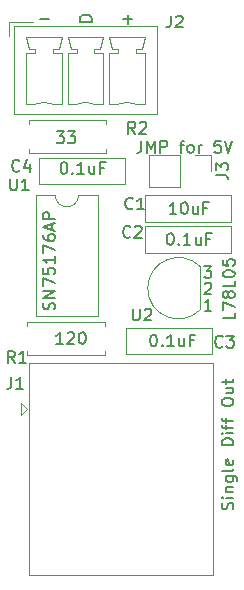
<source format=gbr>
G04 #@! TF.GenerationSoftware,KiCad,Pcbnew,(5.1.5)-3*
G04 #@! TF.CreationDate,2020-04-18T22:31:02-04:00*
G04 #@! TF.ProjectId,Single_Receiver_Out,53696e67-6c65-45f5-9265-636569766572,v1*
G04 #@! TF.SameCoordinates,Original*
G04 #@! TF.FileFunction,Legend,Top*
G04 #@! TF.FilePolarity,Positive*
%FSLAX46Y46*%
G04 Gerber Fmt 4.6, Leading zero omitted, Abs format (unit mm)*
G04 Created by KiCad (PCBNEW (5.1.5)-3) date 2020-04-18 22:31:02*
%MOMM*%
%LPD*%
G04 APERTURE LIST*
%ADD10C,0.150000*%
%ADD11C,0.120000*%
G04 APERTURE END LIST*
D10*
X63805761Y-153270180D02*
X63853380Y-153127323D01*
X63853380Y-152889228D01*
X63805761Y-152793990D01*
X63758142Y-152746371D01*
X63662904Y-152698752D01*
X63567666Y-152698752D01*
X63472428Y-152746371D01*
X63424809Y-152793990D01*
X63377190Y-152889228D01*
X63329571Y-153079704D01*
X63281952Y-153174942D01*
X63234333Y-153222561D01*
X63139095Y-153270180D01*
X63043857Y-153270180D01*
X62948619Y-153222561D01*
X62901000Y-153174942D01*
X62853380Y-153079704D01*
X62853380Y-152841609D01*
X62901000Y-152698752D01*
X63853380Y-152270180D02*
X63186714Y-152270180D01*
X62853380Y-152270180D02*
X62901000Y-152317800D01*
X62948619Y-152270180D01*
X62901000Y-152222561D01*
X62853380Y-152270180D01*
X62948619Y-152270180D01*
X63186714Y-151793990D02*
X63853380Y-151793990D01*
X63281952Y-151793990D02*
X63234333Y-151746371D01*
X63186714Y-151651133D01*
X63186714Y-151508276D01*
X63234333Y-151413038D01*
X63329571Y-151365419D01*
X63853380Y-151365419D01*
X63186714Y-150460657D02*
X63996238Y-150460657D01*
X64091476Y-150508276D01*
X64139095Y-150555895D01*
X64186714Y-150651133D01*
X64186714Y-150793990D01*
X64139095Y-150889228D01*
X63805761Y-150460657D02*
X63853380Y-150555895D01*
X63853380Y-150746371D01*
X63805761Y-150841609D01*
X63758142Y-150889228D01*
X63662904Y-150936847D01*
X63377190Y-150936847D01*
X63281952Y-150889228D01*
X63234333Y-150841609D01*
X63186714Y-150746371D01*
X63186714Y-150555895D01*
X63234333Y-150460657D01*
X63853380Y-149841609D02*
X63805761Y-149936847D01*
X63710523Y-149984466D01*
X62853380Y-149984466D01*
X63805761Y-149079704D02*
X63853380Y-149174942D01*
X63853380Y-149365419D01*
X63805761Y-149460657D01*
X63710523Y-149508276D01*
X63329571Y-149508276D01*
X63234333Y-149460657D01*
X63186714Y-149365419D01*
X63186714Y-149174942D01*
X63234333Y-149079704D01*
X63329571Y-149032085D01*
X63424809Y-149032085D01*
X63520047Y-149508276D01*
X63853380Y-147841609D02*
X62853380Y-147841609D01*
X62853380Y-147603514D01*
X62901000Y-147460657D01*
X62996238Y-147365419D01*
X63091476Y-147317800D01*
X63281952Y-147270180D01*
X63424809Y-147270180D01*
X63615285Y-147317800D01*
X63710523Y-147365419D01*
X63805761Y-147460657D01*
X63853380Y-147603514D01*
X63853380Y-147841609D01*
X63853380Y-146841609D02*
X63186714Y-146841609D01*
X62853380Y-146841609D02*
X62901000Y-146889228D01*
X62948619Y-146841609D01*
X62901000Y-146793990D01*
X62853380Y-146841609D01*
X62948619Y-146841609D01*
X63186714Y-146508276D02*
X63186714Y-146127323D01*
X63853380Y-146365419D02*
X62996238Y-146365419D01*
X62901000Y-146317800D01*
X62853380Y-146222561D01*
X62853380Y-146127323D01*
X63186714Y-145936847D02*
X63186714Y-145555895D01*
X63853380Y-145793990D02*
X62996238Y-145793990D01*
X62901000Y-145746371D01*
X62853380Y-145651133D01*
X62853380Y-145555895D01*
X62853380Y-144270180D02*
X62853380Y-144079704D01*
X62901000Y-143984466D01*
X62996238Y-143889228D01*
X63186714Y-143841609D01*
X63520047Y-143841609D01*
X63710523Y-143889228D01*
X63805761Y-143984466D01*
X63853380Y-144079704D01*
X63853380Y-144270180D01*
X63805761Y-144365419D01*
X63710523Y-144460657D01*
X63520047Y-144508276D01*
X63186714Y-144508276D01*
X62996238Y-144460657D01*
X62901000Y-144365419D01*
X62853380Y-144270180D01*
X63186714Y-142984466D02*
X63853380Y-142984466D01*
X63186714Y-143413038D02*
X63710523Y-143413038D01*
X63805761Y-143365419D01*
X63853380Y-143270180D01*
X63853380Y-143127323D01*
X63805761Y-143032085D01*
X63758142Y-142984466D01*
X63186714Y-142651133D02*
X63186714Y-142270180D01*
X62853380Y-142508276D02*
X63710523Y-142508276D01*
X63805761Y-142460657D01*
X63853380Y-142365419D01*
X63853380Y-142270180D01*
X50848619Y-111979704D02*
X51848619Y-111979704D01*
X51848619Y-111741609D01*
X51801000Y-111598752D01*
X51705761Y-111503514D01*
X51610523Y-111455895D01*
X51420047Y-111408276D01*
X51277190Y-111408276D01*
X51086714Y-111455895D01*
X50991476Y-111503514D01*
X50896238Y-111598752D01*
X50848619Y-111741609D01*
X50848619Y-111979704D01*
X55281952Y-111789228D02*
X54520047Y-111789228D01*
X54901000Y-112170180D02*
X54901000Y-111408276D01*
X48281952Y-111789228D02*
X47520047Y-111789228D01*
X56058142Y-122070180D02*
X56058142Y-122784466D01*
X56010523Y-122927323D01*
X55915285Y-123022561D01*
X55772428Y-123070180D01*
X55677190Y-123070180D01*
X56534333Y-123070180D02*
X56534333Y-122070180D01*
X56867666Y-122784466D01*
X57201000Y-122070180D01*
X57201000Y-123070180D01*
X57677190Y-123070180D02*
X57677190Y-122070180D01*
X58058142Y-122070180D01*
X58153380Y-122117800D01*
X58201000Y-122165419D01*
X58248619Y-122260657D01*
X58248619Y-122403514D01*
X58201000Y-122498752D01*
X58153380Y-122546371D01*
X58058142Y-122593990D01*
X57677190Y-122593990D01*
X59296238Y-122403514D02*
X59677190Y-122403514D01*
X59439095Y-123070180D02*
X59439095Y-122213038D01*
X59486714Y-122117800D01*
X59581952Y-122070180D01*
X59677190Y-122070180D01*
X60153380Y-123070180D02*
X60058142Y-123022561D01*
X60010523Y-122974942D01*
X59962904Y-122879704D01*
X59962904Y-122593990D01*
X60010523Y-122498752D01*
X60058142Y-122451133D01*
X60153380Y-122403514D01*
X60296238Y-122403514D01*
X60391476Y-122451133D01*
X60439095Y-122498752D01*
X60486714Y-122593990D01*
X60486714Y-122879704D01*
X60439095Y-122974942D01*
X60391476Y-123022561D01*
X60296238Y-123070180D01*
X60153380Y-123070180D01*
X60915285Y-123070180D02*
X60915285Y-122403514D01*
X60915285Y-122593990D02*
X60962904Y-122498752D01*
X61010523Y-122451133D01*
X61105761Y-122403514D01*
X61201000Y-122403514D01*
X62772428Y-122070180D02*
X62296238Y-122070180D01*
X62248619Y-122546371D01*
X62296238Y-122498752D01*
X62391476Y-122451133D01*
X62629571Y-122451133D01*
X62724809Y-122498752D01*
X62772428Y-122546371D01*
X62820047Y-122641609D01*
X62820047Y-122879704D01*
X62772428Y-122974942D01*
X62724809Y-123022561D01*
X62629571Y-123070180D01*
X62391476Y-123070180D01*
X62296238Y-123022561D01*
X62248619Y-122974942D01*
X63105761Y-122070180D02*
X63439095Y-123070180D01*
X63772428Y-122070180D01*
X61367666Y-132670180D02*
X61986714Y-132670180D01*
X61653380Y-133051133D01*
X61796238Y-133051133D01*
X61891476Y-133098752D01*
X61939095Y-133146371D01*
X61986714Y-133241609D01*
X61986714Y-133479704D01*
X61939095Y-133574942D01*
X61891476Y-133622561D01*
X61796238Y-133670180D01*
X61510523Y-133670180D01*
X61415285Y-133622561D01*
X61367666Y-133574942D01*
X61415285Y-134165419D02*
X61462904Y-134117800D01*
X61558142Y-134070180D01*
X61796238Y-134070180D01*
X61891476Y-134117800D01*
X61939095Y-134165419D01*
X61986714Y-134260657D01*
X61986714Y-134355895D01*
X61939095Y-134498752D01*
X61367666Y-135070180D01*
X61986714Y-135070180D01*
X61986714Y-136470180D02*
X61415285Y-136470180D01*
X61701000Y-136470180D02*
X61701000Y-135470180D01*
X61605761Y-135613038D01*
X61510523Y-135708276D01*
X61415285Y-135755895D01*
D11*
X61931000Y-123287800D02*
X61931000Y-124617800D01*
X60601000Y-123287800D02*
X61931000Y-123287800D01*
X59331000Y-123287800D02*
X59331000Y-125947800D01*
X59331000Y-125947800D02*
X56731000Y-125947800D01*
X59331000Y-123287800D02*
X56731000Y-123287800D01*
X56731000Y-123287800D02*
X56731000Y-125947800D01*
X62021000Y-137897800D02*
X62021000Y-140137800D01*
X54781000Y-137897800D02*
X54781000Y-140137800D01*
X54781000Y-140137800D02*
X62021000Y-140137800D01*
X54781000Y-137897800D02*
X62021000Y-137897800D01*
X56384960Y-131552840D02*
X56384960Y-129312840D01*
X63624960Y-131552840D02*
X63624960Y-129312840D01*
X63624960Y-129312840D02*
X56384960Y-129312840D01*
X63624960Y-131552840D02*
X56384960Y-131552840D01*
X56384960Y-128921400D02*
X56384960Y-126681400D01*
X63624960Y-128921400D02*
X63624960Y-126681400D01*
X63624960Y-126681400D02*
X56384960Y-126681400D01*
X63624960Y-128921400D02*
X56384960Y-128921400D01*
X53081000Y-123087800D02*
X53081000Y-122757800D01*
X46541000Y-123087800D02*
X53081000Y-123087800D01*
X46541000Y-122757800D02*
X46541000Y-123087800D01*
X53081000Y-120347800D02*
X53081000Y-120677800D01*
X46541000Y-120347800D02*
X53081000Y-120347800D01*
X46541000Y-120677800D02*
X46541000Y-120347800D01*
X61039478Y-132709322D02*
G75*
G03X56601000Y-134547800I-1838478J-1838478D01*
G01*
X61039478Y-136386278D02*
G75*
G02X56601000Y-134547800I-1838478J1838478D01*
G01*
X61051000Y-136347800D02*
X61051000Y-132747800D01*
X52409240Y-126640080D02*
X50759240Y-126640080D01*
X52409240Y-136920080D02*
X52409240Y-126640080D01*
X47109240Y-136920080D02*
X52409240Y-136920080D01*
X47109240Y-126640080D02*
X47109240Y-136920080D01*
X48759240Y-126640080D02*
X47109240Y-126640080D01*
X50759240Y-126640080D02*
G75*
G02X48759240Y-126640080I-1000000J0D01*
G01*
X52942880Y-140187800D02*
X52942880Y-139857800D01*
X46402880Y-140187800D02*
X52942880Y-140187800D01*
X46402880Y-139857800D02*
X46402880Y-140187800D01*
X52942880Y-137447800D02*
X52942880Y-137777800D01*
X46402880Y-137447800D02*
X52942880Y-137447800D01*
X46402880Y-137777800D02*
X46402880Y-137447800D01*
X44883920Y-111967800D02*
X46883920Y-111967800D01*
X44883920Y-113217800D02*
X44883920Y-111967800D01*
X56333920Y-118967800D02*
X55583920Y-118967800D01*
X56333920Y-114667800D02*
X56333920Y-118967800D01*
X55583920Y-114667800D02*
X56333920Y-114667800D01*
X55583920Y-114317800D02*
X55583920Y-114667800D01*
X56083920Y-114317800D02*
X55583920Y-114317800D01*
X56333920Y-113317800D02*
X56083920Y-114317800D01*
X53333920Y-113317800D02*
X56333920Y-113317800D01*
X53583920Y-114317800D02*
X53333920Y-113317800D01*
X54083920Y-114317800D02*
X53583920Y-114317800D01*
X54083920Y-114667800D02*
X54083920Y-114317800D01*
X53333920Y-114667800D02*
X54083920Y-114667800D01*
X53333920Y-118967800D02*
X53333920Y-114667800D01*
X54083920Y-118967800D02*
X53333920Y-118967800D01*
X52833920Y-118967800D02*
X52083920Y-118967800D01*
X52833920Y-114667800D02*
X52833920Y-118967800D01*
X52083920Y-114667800D02*
X52833920Y-114667800D01*
X52083920Y-114317800D02*
X52083920Y-114667800D01*
X52583920Y-114317800D02*
X52083920Y-114317800D01*
X52833920Y-113317800D02*
X52583920Y-114317800D01*
X49833920Y-113317800D02*
X52833920Y-113317800D01*
X50083920Y-114317800D02*
X49833920Y-113317800D01*
X50583920Y-114317800D02*
X50083920Y-114317800D01*
X50583920Y-114667800D02*
X50583920Y-114317800D01*
X49833920Y-114667800D02*
X50583920Y-114667800D01*
X49833920Y-118967800D02*
X49833920Y-114667800D01*
X50583920Y-118967800D02*
X49833920Y-118967800D01*
X49333920Y-118967800D02*
X48583920Y-118967800D01*
X49333920Y-114667800D02*
X49333920Y-118967800D01*
X48583920Y-114667800D02*
X49333920Y-114667800D01*
X48583920Y-114317800D02*
X48583920Y-114667800D01*
X49083920Y-114317800D02*
X48583920Y-114317800D01*
X49333920Y-113317800D02*
X49083920Y-114317800D01*
X46333920Y-113317800D02*
X49333920Y-113317800D01*
X46583920Y-114317800D02*
X46333920Y-113317800D01*
X47083920Y-114317800D02*
X46583920Y-114317800D01*
X47083920Y-114667800D02*
X47083920Y-114317800D01*
X46333920Y-114667800D02*
X47083920Y-114667800D01*
X46333920Y-118967800D02*
X46333920Y-114667800D01*
X47083920Y-118967800D02*
X46333920Y-118967800D01*
X57393920Y-112357800D02*
X45273920Y-112357800D01*
X57393920Y-119827800D02*
X57393920Y-112357800D01*
X45273920Y-119827800D02*
X57393920Y-119827800D01*
X45273920Y-112357800D02*
X45273920Y-119827800D01*
X55583567Y-118967645D02*
G75*
G03X54083920Y-118967800I-749647J-1700155D01*
G01*
X52083567Y-118967645D02*
G75*
G03X50583920Y-118967800I-749647J-1700155D01*
G01*
X48583567Y-118967645D02*
G75*
G03X47083920Y-118967800I-749647J-1700155D01*
G01*
X46586000Y-140889640D02*
X46586000Y-158849640D01*
X62106000Y-140889640D02*
X46586000Y-140889640D01*
X62106000Y-140889640D02*
X62106000Y-158849640D01*
X46586000Y-158849640D02*
X62106000Y-158849640D01*
X46401000Y-144769640D02*
X45901000Y-144269640D01*
X45901000Y-144269640D02*
X45901000Y-145269640D01*
X45901000Y-145269640D02*
X46401000Y-144769640D01*
X47408600Y-125762680D02*
X47408600Y-123522680D01*
X54648600Y-125762680D02*
X54648600Y-123522680D01*
X54648600Y-123522680D02*
X47408600Y-123522680D01*
X54648600Y-125762680D02*
X47408600Y-125762680D01*
D10*
X62383380Y-124951133D02*
X63097666Y-124951133D01*
X63240523Y-124998752D01*
X63335761Y-125093990D01*
X63383380Y-125236847D01*
X63383380Y-125332085D01*
X62383380Y-124570180D02*
X62383380Y-123951133D01*
X62764333Y-124284466D01*
X62764333Y-124141609D01*
X62811952Y-124046371D01*
X62859571Y-123998752D01*
X62954809Y-123951133D01*
X63192904Y-123951133D01*
X63288142Y-123998752D01*
X63335761Y-124046371D01*
X63383380Y-124141609D01*
X63383380Y-124427323D01*
X63335761Y-124522561D01*
X63288142Y-124570180D01*
X62934333Y-139474942D02*
X62886714Y-139522561D01*
X62743857Y-139570180D01*
X62648619Y-139570180D01*
X62505761Y-139522561D01*
X62410523Y-139427323D01*
X62362904Y-139332085D01*
X62315285Y-139141609D01*
X62315285Y-138998752D01*
X62362904Y-138808276D01*
X62410523Y-138713038D01*
X62505761Y-138617800D01*
X62648619Y-138570180D01*
X62743857Y-138570180D01*
X62886714Y-138617800D01*
X62934333Y-138665419D01*
X63267666Y-138570180D02*
X63886714Y-138570180D01*
X63553380Y-138951133D01*
X63696238Y-138951133D01*
X63791476Y-138998752D01*
X63839095Y-139046371D01*
X63886714Y-139141609D01*
X63886714Y-139379704D01*
X63839095Y-139474942D01*
X63791476Y-139522561D01*
X63696238Y-139570180D01*
X63410523Y-139570180D01*
X63315285Y-139522561D01*
X63267666Y-139474942D01*
X57058142Y-138470180D02*
X57153380Y-138470180D01*
X57248619Y-138517800D01*
X57296238Y-138565419D01*
X57343857Y-138660657D01*
X57391476Y-138851133D01*
X57391476Y-139089228D01*
X57343857Y-139279704D01*
X57296238Y-139374942D01*
X57248619Y-139422561D01*
X57153380Y-139470180D01*
X57058142Y-139470180D01*
X56962904Y-139422561D01*
X56915285Y-139374942D01*
X56867666Y-139279704D01*
X56820047Y-139089228D01*
X56820047Y-138851133D01*
X56867666Y-138660657D01*
X56915285Y-138565419D01*
X56962904Y-138517800D01*
X57058142Y-138470180D01*
X57820047Y-139374942D02*
X57867666Y-139422561D01*
X57820047Y-139470180D01*
X57772428Y-139422561D01*
X57820047Y-139374942D01*
X57820047Y-139470180D01*
X58820047Y-139470180D02*
X58248619Y-139470180D01*
X58534333Y-139470180D02*
X58534333Y-138470180D01*
X58439095Y-138613038D01*
X58343857Y-138708276D01*
X58248619Y-138755895D01*
X59677190Y-138803514D02*
X59677190Y-139470180D01*
X59248619Y-138803514D02*
X59248619Y-139327323D01*
X59296238Y-139422561D01*
X59391476Y-139470180D01*
X59534333Y-139470180D01*
X59629571Y-139422561D01*
X59677190Y-139374942D01*
X60486714Y-138946371D02*
X60153380Y-138946371D01*
X60153380Y-139470180D02*
X60153380Y-138470180D01*
X60629571Y-138470180D01*
X55134333Y-130174942D02*
X55086714Y-130222561D01*
X54943857Y-130270180D01*
X54848619Y-130270180D01*
X54705761Y-130222561D01*
X54610523Y-130127323D01*
X54562904Y-130032085D01*
X54515285Y-129841609D01*
X54515285Y-129698752D01*
X54562904Y-129508276D01*
X54610523Y-129413038D01*
X54705761Y-129317800D01*
X54848619Y-129270180D01*
X54943857Y-129270180D01*
X55086714Y-129317800D01*
X55134333Y-129365419D01*
X55515285Y-129365419D02*
X55562904Y-129317800D01*
X55658142Y-129270180D01*
X55896238Y-129270180D01*
X55991476Y-129317800D01*
X56039095Y-129365419D01*
X56086714Y-129460657D01*
X56086714Y-129555895D01*
X56039095Y-129698752D01*
X55467666Y-130270180D01*
X56086714Y-130270180D01*
X58458142Y-129870180D02*
X58553380Y-129870180D01*
X58648619Y-129917800D01*
X58696238Y-129965419D01*
X58743857Y-130060657D01*
X58791476Y-130251133D01*
X58791476Y-130489228D01*
X58743857Y-130679704D01*
X58696238Y-130774942D01*
X58648619Y-130822561D01*
X58553380Y-130870180D01*
X58458142Y-130870180D01*
X58362904Y-130822561D01*
X58315285Y-130774942D01*
X58267666Y-130679704D01*
X58220047Y-130489228D01*
X58220047Y-130251133D01*
X58267666Y-130060657D01*
X58315285Y-129965419D01*
X58362904Y-129917800D01*
X58458142Y-129870180D01*
X59220047Y-130774942D02*
X59267666Y-130822561D01*
X59220047Y-130870180D01*
X59172428Y-130822561D01*
X59220047Y-130774942D01*
X59220047Y-130870180D01*
X60220047Y-130870180D02*
X59648619Y-130870180D01*
X59934333Y-130870180D02*
X59934333Y-129870180D01*
X59839095Y-130013038D01*
X59743857Y-130108276D01*
X59648619Y-130155895D01*
X61077190Y-130203514D02*
X61077190Y-130870180D01*
X60648619Y-130203514D02*
X60648619Y-130727323D01*
X60696238Y-130822561D01*
X60791476Y-130870180D01*
X60934333Y-130870180D01*
X61029571Y-130822561D01*
X61077190Y-130774942D01*
X61886714Y-130346371D02*
X61553380Y-130346371D01*
X61553380Y-130870180D02*
X61553380Y-129870180D01*
X62029571Y-129870180D01*
X55334333Y-127774942D02*
X55286714Y-127822561D01*
X55143857Y-127870180D01*
X55048619Y-127870180D01*
X54905761Y-127822561D01*
X54810523Y-127727323D01*
X54762904Y-127632085D01*
X54715285Y-127441609D01*
X54715285Y-127298752D01*
X54762904Y-127108276D01*
X54810523Y-127013038D01*
X54905761Y-126917800D01*
X55048619Y-126870180D01*
X55143857Y-126870180D01*
X55286714Y-126917800D01*
X55334333Y-126965419D01*
X56286714Y-127870180D02*
X55715285Y-127870180D01*
X56001000Y-127870180D02*
X56001000Y-126870180D01*
X55905761Y-127013038D01*
X55810523Y-127108276D01*
X55715285Y-127155895D01*
X59029571Y-128270180D02*
X58458142Y-128270180D01*
X58743857Y-128270180D02*
X58743857Y-127270180D01*
X58648619Y-127413038D01*
X58553380Y-127508276D01*
X58458142Y-127555895D01*
X59648619Y-127270180D02*
X59743857Y-127270180D01*
X59839095Y-127317800D01*
X59886714Y-127365419D01*
X59934333Y-127460657D01*
X59981952Y-127651133D01*
X59981952Y-127889228D01*
X59934333Y-128079704D01*
X59886714Y-128174942D01*
X59839095Y-128222561D01*
X59743857Y-128270180D01*
X59648619Y-128270180D01*
X59553380Y-128222561D01*
X59505761Y-128174942D01*
X59458142Y-128079704D01*
X59410523Y-127889228D01*
X59410523Y-127651133D01*
X59458142Y-127460657D01*
X59505761Y-127365419D01*
X59553380Y-127317800D01*
X59648619Y-127270180D01*
X60839095Y-127603514D02*
X60839095Y-128270180D01*
X60410523Y-127603514D02*
X60410523Y-128127323D01*
X60458142Y-128222561D01*
X60553380Y-128270180D01*
X60696238Y-128270180D01*
X60791476Y-128222561D01*
X60839095Y-128174942D01*
X61648619Y-127746371D02*
X61315285Y-127746371D01*
X61315285Y-128270180D02*
X61315285Y-127270180D01*
X61791476Y-127270180D01*
X55534333Y-121470180D02*
X55201000Y-120993990D01*
X54962904Y-121470180D02*
X54962904Y-120470180D01*
X55343857Y-120470180D01*
X55439095Y-120517800D01*
X55486714Y-120565419D01*
X55534333Y-120660657D01*
X55534333Y-120803514D01*
X55486714Y-120898752D01*
X55439095Y-120946371D01*
X55343857Y-120993990D01*
X54962904Y-120993990D01*
X55915285Y-120565419D02*
X55962904Y-120517800D01*
X56058142Y-120470180D01*
X56296238Y-120470180D01*
X56391476Y-120517800D01*
X56439095Y-120565419D01*
X56486714Y-120660657D01*
X56486714Y-120755895D01*
X56439095Y-120898752D01*
X55867666Y-121470180D01*
X56486714Y-121470180D01*
X48891476Y-121270180D02*
X49510523Y-121270180D01*
X49177190Y-121651133D01*
X49320047Y-121651133D01*
X49415285Y-121698752D01*
X49462904Y-121746371D01*
X49510523Y-121841609D01*
X49510523Y-122079704D01*
X49462904Y-122174942D01*
X49415285Y-122222561D01*
X49320047Y-122270180D01*
X49034333Y-122270180D01*
X48939095Y-122222561D01*
X48891476Y-122174942D01*
X49843857Y-121270180D02*
X50462904Y-121270180D01*
X50129571Y-121651133D01*
X50272428Y-121651133D01*
X50367666Y-121698752D01*
X50415285Y-121746371D01*
X50462904Y-121841609D01*
X50462904Y-122079704D01*
X50415285Y-122174942D01*
X50367666Y-122222561D01*
X50272428Y-122270180D01*
X49986714Y-122270180D01*
X49891476Y-122222561D01*
X49843857Y-122174942D01*
X55339095Y-136270180D02*
X55339095Y-137079704D01*
X55386714Y-137174942D01*
X55434333Y-137222561D01*
X55529571Y-137270180D01*
X55720047Y-137270180D01*
X55815285Y-137222561D01*
X55862904Y-137174942D01*
X55910523Y-137079704D01*
X55910523Y-136270180D01*
X56339095Y-136365419D02*
X56386714Y-136317800D01*
X56481952Y-136270180D01*
X56720047Y-136270180D01*
X56815285Y-136317800D01*
X56862904Y-136365419D01*
X56910523Y-136460657D01*
X56910523Y-136555895D01*
X56862904Y-136698752D01*
X56291476Y-137270180D01*
X56910523Y-137270180D01*
X63953380Y-136617800D02*
X63953380Y-137093990D01*
X62953380Y-137093990D01*
X62953380Y-136379704D02*
X62953380Y-135713038D01*
X63953380Y-136141609D01*
X63381952Y-135189228D02*
X63334333Y-135284466D01*
X63286714Y-135332085D01*
X63191476Y-135379704D01*
X63143857Y-135379704D01*
X63048619Y-135332085D01*
X63001000Y-135284466D01*
X62953380Y-135189228D01*
X62953380Y-134998752D01*
X63001000Y-134903514D01*
X63048619Y-134855895D01*
X63143857Y-134808276D01*
X63191476Y-134808276D01*
X63286714Y-134855895D01*
X63334333Y-134903514D01*
X63381952Y-134998752D01*
X63381952Y-135189228D01*
X63429571Y-135284466D01*
X63477190Y-135332085D01*
X63572428Y-135379704D01*
X63762904Y-135379704D01*
X63858142Y-135332085D01*
X63905761Y-135284466D01*
X63953380Y-135189228D01*
X63953380Y-134998752D01*
X63905761Y-134903514D01*
X63858142Y-134855895D01*
X63762904Y-134808276D01*
X63572428Y-134808276D01*
X63477190Y-134855895D01*
X63429571Y-134903514D01*
X63381952Y-134998752D01*
X63953380Y-133903514D02*
X63953380Y-134379704D01*
X62953380Y-134379704D01*
X62953380Y-133379704D02*
X62953380Y-133284466D01*
X63001000Y-133189228D01*
X63048619Y-133141609D01*
X63143857Y-133093990D01*
X63334333Y-133046371D01*
X63572428Y-133046371D01*
X63762904Y-133093990D01*
X63858142Y-133141609D01*
X63905761Y-133189228D01*
X63953380Y-133284466D01*
X63953380Y-133379704D01*
X63905761Y-133474942D01*
X63858142Y-133522561D01*
X63762904Y-133570180D01*
X63572428Y-133617800D01*
X63334333Y-133617800D01*
X63143857Y-133570180D01*
X63048619Y-133522561D01*
X63001000Y-133474942D01*
X62953380Y-133379704D01*
X62953380Y-132141609D02*
X62953380Y-132617800D01*
X63429571Y-132665419D01*
X63381952Y-132617800D01*
X63334333Y-132522561D01*
X63334333Y-132284466D01*
X63381952Y-132189228D01*
X63429571Y-132141609D01*
X63524809Y-132093990D01*
X63762904Y-132093990D01*
X63858142Y-132141609D01*
X63905761Y-132189228D01*
X63953380Y-132284466D01*
X63953380Y-132522561D01*
X63905761Y-132617800D01*
X63858142Y-132665419D01*
X44939095Y-125270180D02*
X44939095Y-126079704D01*
X44986714Y-126174942D01*
X45034333Y-126222561D01*
X45129571Y-126270180D01*
X45320047Y-126270180D01*
X45415285Y-126222561D01*
X45462904Y-126174942D01*
X45510523Y-126079704D01*
X45510523Y-125270180D01*
X46510523Y-126270180D02*
X45939095Y-126270180D01*
X46224809Y-126270180D02*
X46224809Y-125270180D01*
X46129571Y-125413038D01*
X46034333Y-125508276D01*
X45939095Y-125555895D01*
X48705761Y-136336847D02*
X48753380Y-136193990D01*
X48753380Y-135955895D01*
X48705761Y-135860657D01*
X48658142Y-135813038D01*
X48562904Y-135765419D01*
X48467666Y-135765419D01*
X48372428Y-135813038D01*
X48324809Y-135860657D01*
X48277190Y-135955895D01*
X48229571Y-136146371D01*
X48181952Y-136241609D01*
X48134333Y-136289228D01*
X48039095Y-136336847D01*
X47943857Y-136336847D01*
X47848619Y-136289228D01*
X47801000Y-136241609D01*
X47753380Y-136146371D01*
X47753380Y-135908276D01*
X47801000Y-135765419D01*
X48753380Y-135336847D02*
X47753380Y-135336847D01*
X48753380Y-134765419D01*
X47753380Y-134765419D01*
X47753380Y-134384466D02*
X47753380Y-133717800D01*
X48753380Y-134146371D01*
X47753380Y-132860657D02*
X47753380Y-133336847D01*
X48229571Y-133384466D01*
X48181952Y-133336847D01*
X48134333Y-133241609D01*
X48134333Y-133003514D01*
X48181952Y-132908276D01*
X48229571Y-132860657D01*
X48324809Y-132813038D01*
X48562904Y-132813038D01*
X48658142Y-132860657D01*
X48705761Y-132908276D01*
X48753380Y-133003514D01*
X48753380Y-133241609D01*
X48705761Y-133336847D01*
X48658142Y-133384466D01*
X48753380Y-131860657D02*
X48753380Y-132432085D01*
X48753380Y-132146371D02*
X47753380Y-132146371D01*
X47896238Y-132241609D01*
X47991476Y-132336847D01*
X48039095Y-132432085D01*
X47753380Y-131527323D02*
X47753380Y-130860657D01*
X48753380Y-131289228D01*
X47753380Y-130051133D02*
X47753380Y-130241609D01*
X47801000Y-130336847D01*
X47848619Y-130384466D01*
X47991476Y-130479704D01*
X48181952Y-130527323D01*
X48562904Y-130527323D01*
X48658142Y-130479704D01*
X48705761Y-130432085D01*
X48753380Y-130336847D01*
X48753380Y-130146371D01*
X48705761Y-130051133D01*
X48658142Y-130003514D01*
X48562904Y-129955895D01*
X48324809Y-129955895D01*
X48229571Y-130003514D01*
X48181952Y-130051133D01*
X48134333Y-130146371D01*
X48134333Y-130336847D01*
X48181952Y-130432085D01*
X48229571Y-130479704D01*
X48324809Y-130527323D01*
X48467666Y-129574942D02*
X48467666Y-129098752D01*
X48753380Y-129670180D02*
X47753380Y-129336847D01*
X48753380Y-129003514D01*
X48753380Y-128670180D02*
X47753380Y-128670180D01*
X47753380Y-128289228D01*
X47801000Y-128193990D01*
X47848619Y-128146371D01*
X47943857Y-128098752D01*
X48086714Y-128098752D01*
X48181952Y-128146371D01*
X48229571Y-128193990D01*
X48277190Y-128289228D01*
X48277190Y-128670180D01*
X45334333Y-140870180D02*
X45001000Y-140393990D01*
X44762904Y-140870180D02*
X44762904Y-139870180D01*
X45143857Y-139870180D01*
X45239095Y-139917800D01*
X45286714Y-139965419D01*
X45334333Y-140060657D01*
X45334333Y-140203514D01*
X45286714Y-140298752D01*
X45239095Y-140346371D01*
X45143857Y-140393990D01*
X44762904Y-140393990D01*
X46286714Y-140870180D02*
X45715285Y-140870180D01*
X46001000Y-140870180D02*
X46001000Y-139870180D01*
X45905761Y-140013038D01*
X45810523Y-140108276D01*
X45715285Y-140155895D01*
X49434333Y-139270180D02*
X48862904Y-139270180D01*
X49148619Y-139270180D02*
X49148619Y-138270180D01*
X49053380Y-138413038D01*
X48958142Y-138508276D01*
X48862904Y-138555895D01*
X49815285Y-138365419D02*
X49862904Y-138317800D01*
X49958142Y-138270180D01*
X50196238Y-138270180D01*
X50291476Y-138317800D01*
X50339095Y-138365419D01*
X50386714Y-138460657D01*
X50386714Y-138555895D01*
X50339095Y-138698752D01*
X49767666Y-139270180D01*
X50386714Y-139270180D01*
X51005761Y-138270180D02*
X51101000Y-138270180D01*
X51196238Y-138317800D01*
X51243857Y-138365419D01*
X51291476Y-138460657D01*
X51339095Y-138651133D01*
X51339095Y-138889228D01*
X51291476Y-139079704D01*
X51243857Y-139174942D01*
X51196238Y-139222561D01*
X51101000Y-139270180D01*
X51005761Y-139270180D01*
X50910523Y-139222561D01*
X50862904Y-139174942D01*
X50815285Y-139079704D01*
X50767666Y-138889228D01*
X50767666Y-138651133D01*
X50815285Y-138460657D01*
X50862904Y-138365419D01*
X50910523Y-138317800D01*
X51005761Y-138270180D01*
X58567666Y-111470180D02*
X58567666Y-112184466D01*
X58520047Y-112327323D01*
X58424809Y-112422561D01*
X58281952Y-112470180D01*
X58186714Y-112470180D01*
X58996238Y-111565419D02*
X59043857Y-111517800D01*
X59139095Y-111470180D01*
X59377190Y-111470180D01*
X59472428Y-111517800D01*
X59520047Y-111565419D01*
X59567666Y-111660657D01*
X59567666Y-111755895D01*
X59520047Y-111898752D01*
X58948619Y-112470180D01*
X59567666Y-112470180D01*
X45042066Y-142070180D02*
X45042066Y-142784466D01*
X44994447Y-142927323D01*
X44899209Y-143022561D01*
X44756352Y-143070180D01*
X44661114Y-143070180D01*
X46042066Y-143070180D02*
X45470638Y-143070180D01*
X45756352Y-143070180D02*
X45756352Y-142070180D01*
X45661114Y-142213038D01*
X45565876Y-142308276D01*
X45470638Y-142355895D01*
X45734333Y-124574942D02*
X45686714Y-124622561D01*
X45543857Y-124670180D01*
X45448619Y-124670180D01*
X45305761Y-124622561D01*
X45210523Y-124527323D01*
X45162904Y-124432085D01*
X45115285Y-124241609D01*
X45115285Y-124098752D01*
X45162904Y-123908276D01*
X45210523Y-123813038D01*
X45305761Y-123717800D01*
X45448619Y-123670180D01*
X45543857Y-123670180D01*
X45686714Y-123717800D01*
X45734333Y-123765419D01*
X46591476Y-124003514D02*
X46591476Y-124670180D01*
X46353380Y-123622561D02*
X46115285Y-124336847D01*
X46734333Y-124336847D01*
X49458142Y-123870180D02*
X49553380Y-123870180D01*
X49648619Y-123917800D01*
X49696238Y-123965419D01*
X49743857Y-124060657D01*
X49791476Y-124251133D01*
X49791476Y-124489228D01*
X49743857Y-124679704D01*
X49696238Y-124774942D01*
X49648619Y-124822561D01*
X49553380Y-124870180D01*
X49458142Y-124870180D01*
X49362904Y-124822561D01*
X49315285Y-124774942D01*
X49267666Y-124679704D01*
X49220047Y-124489228D01*
X49220047Y-124251133D01*
X49267666Y-124060657D01*
X49315285Y-123965419D01*
X49362904Y-123917800D01*
X49458142Y-123870180D01*
X50220047Y-124774942D02*
X50267666Y-124822561D01*
X50220047Y-124870180D01*
X50172428Y-124822561D01*
X50220047Y-124774942D01*
X50220047Y-124870180D01*
X51220047Y-124870180D02*
X50648619Y-124870180D01*
X50934333Y-124870180D02*
X50934333Y-123870180D01*
X50839095Y-124013038D01*
X50743857Y-124108276D01*
X50648619Y-124155895D01*
X52077190Y-124203514D02*
X52077190Y-124870180D01*
X51648619Y-124203514D02*
X51648619Y-124727323D01*
X51696238Y-124822561D01*
X51791476Y-124870180D01*
X51934333Y-124870180D01*
X52029571Y-124822561D01*
X52077190Y-124774942D01*
X52886714Y-124346371D02*
X52553380Y-124346371D01*
X52553380Y-124870180D02*
X52553380Y-123870180D01*
X53029571Y-123870180D01*
M02*

</source>
